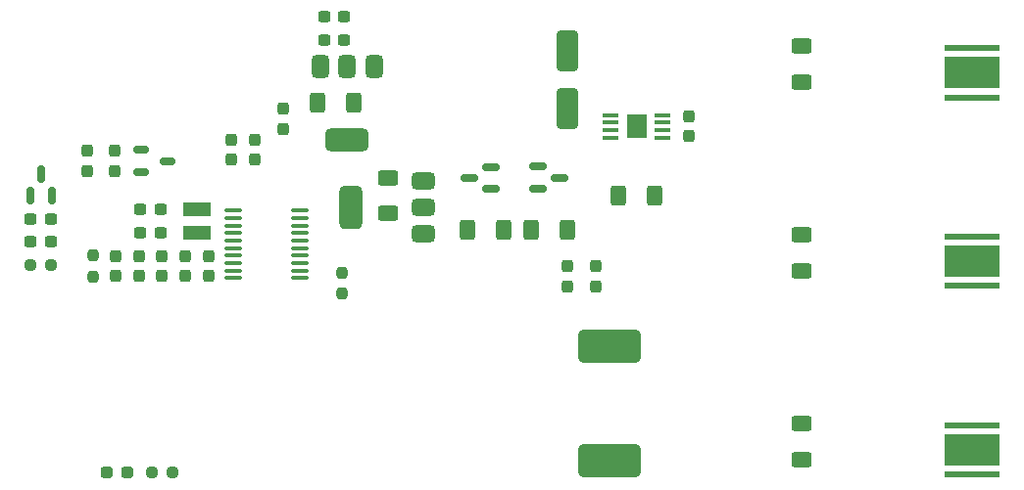
<source format=gbr>
%TF.GenerationSoftware,KiCad,Pcbnew,9.0.0*%
%TF.CreationDate,2025-08-28T15:42:06-07:00*%
%TF.ProjectId,Simple_12V_Panel,53696d70-6c65-45f3-9132-565f50616e65,rev?*%
%TF.SameCoordinates,Original*%
%TF.FileFunction,Paste,Top*%
%TF.FilePolarity,Positive*%
%FSLAX46Y46*%
G04 Gerber Fmt 4.6, Leading zero omitted, Abs format (unit mm)*
G04 Created by KiCad (PCBNEW 9.0.0) date 2025-08-28 15:42:06*
%MOMM*%
%LPD*%
G01*
G04 APERTURE LIST*
G04 Aperture macros list*
%AMRoundRect*
0 Rectangle with rounded corners*
0 $1 Rounding radius*
0 $2 $3 $4 $5 $6 $7 $8 $9 X,Y pos of 4 corners*
0 Add a 4 corners polygon primitive as box body*
4,1,4,$2,$3,$4,$5,$6,$7,$8,$9,$2,$3,0*
0 Add four circle primitives for the rounded corners*
1,1,$1+$1,$2,$3*
1,1,$1+$1,$4,$5*
1,1,$1+$1,$6,$7*
1,1,$1+$1,$8,$9*
0 Add four rect primitives between the rounded corners*
20,1,$1+$1,$2,$3,$4,$5,0*
20,1,$1+$1,$4,$5,$6,$7,0*
20,1,$1+$1,$6,$7,$8,$9,0*
20,1,$1+$1,$8,$9,$2,$3,0*%
G04 Aperture macros list end*
%ADD10RoundRect,0.435000X2.265000X1.015000X-2.265000X1.015000X-2.265000X-1.015000X2.265000X-1.015000X0*%
%ADD11R,4.775200X0.508000*%
%ADD12R,4.775200X2.768600*%
%ADD13R,1.358900X0.431800*%
%ADD14R,1.701800X2.006600*%
%ADD15RoundRect,0.150000X-0.512500X-0.150000X0.512500X-0.150000X0.512500X0.150000X-0.512500X0.150000X0*%
%ADD16RoundRect,0.250000X0.625000X-0.400000X0.625000X0.400000X-0.625000X0.400000X-0.625000X-0.400000X0*%
%ADD17RoundRect,0.375000X-0.375000X0.625000X-0.375000X-0.625000X0.375000X-0.625000X0.375000X0.625000X0*%
%ADD18RoundRect,0.500000X-1.400000X0.500000X-1.400000X-0.500000X1.400000X-0.500000X1.400000X0.500000X0*%
%ADD19RoundRect,0.375000X0.625000X0.375000X-0.625000X0.375000X-0.625000X-0.375000X0.625000X-0.375000X0*%
%ADD20RoundRect,0.500000X0.500000X1.400000X-0.500000X1.400000X-0.500000X-1.400000X0.500000X-1.400000X0*%
%ADD21RoundRect,0.237500X-0.237500X0.250000X-0.237500X-0.250000X0.237500X-0.250000X0.237500X0.250000X0*%
%ADD22RoundRect,0.250000X0.650000X-1.500000X0.650000X1.500000X-0.650000X1.500000X-0.650000X-1.500000X0*%
%ADD23RoundRect,0.250000X-0.400000X-0.625000X0.400000X-0.625000X0.400000X0.625000X-0.400000X0.625000X0*%
%ADD24RoundRect,0.237500X0.300000X0.237500X-0.300000X0.237500X-0.300000X-0.237500X0.300000X-0.237500X0*%
%ADD25RoundRect,0.237500X-0.237500X0.300000X-0.237500X-0.300000X0.237500X-0.300000X0.237500X0.300000X0*%
%ADD26R,2.387600X1.193800*%
%ADD27RoundRect,0.237500X0.250000X0.237500X-0.250000X0.237500X-0.250000X-0.237500X0.250000X-0.237500X0*%
%ADD28RoundRect,0.237500X0.237500X-0.300000X0.237500X0.300000X-0.237500X0.300000X-0.237500X-0.300000X0*%
%ADD29RoundRect,0.150000X0.587500X0.150000X-0.587500X0.150000X-0.587500X-0.150000X0.587500X-0.150000X0*%
%ADD30RoundRect,0.237500X-0.250000X-0.237500X0.250000X-0.237500X0.250000X0.237500X-0.250000X0.237500X0*%
%ADD31RoundRect,0.237500X-0.287500X-0.237500X0.287500X-0.237500X0.287500X0.237500X-0.287500X0.237500X0*%
%ADD32RoundRect,0.237500X-0.300000X-0.237500X0.300000X-0.237500X0.300000X0.237500X-0.300000X0.237500X0*%
%ADD33RoundRect,0.100000X-0.637500X-0.100000X0.637500X-0.100000X0.637500X0.100000X-0.637500X0.100000X0*%
%ADD34RoundRect,0.150000X0.150000X-0.587500X0.150000X0.587500X-0.150000X0.587500X-0.150000X-0.587500X0*%
%ADD35RoundRect,0.150000X-0.587500X-0.150000X0.587500X-0.150000X0.587500X0.150000X-0.587500X0.150000X0*%
G04 APERTURE END LIST*
D10*
%TO.C,L1*%
X164650000Y-119925000D03*
X164650000Y-110025000D03*
%TD*%
D11*
%TO.C,U9*%
X196000000Y-84220000D03*
D12*
X196000000Y-86360000D03*
D11*
X196000000Y-88500000D03*
%TD*%
%TO.C,U8*%
X196000000Y-100540000D03*
D12*
X196000000Y-102680000D03*
D11*
X196000000Y-104820000D03*
%TD*%
%TO.C,U7*%
X196000000Y-116860000D03*
D12*
X196000000Y-119000000D03*
D11*
X196000000Y-121140000D03*
%TD*%
D13*
%TO.C,U2*%
X169228850Y-91974979D03*
X169228850Y-91324993D03*
X169228850Y-90675007D03*
X169228850Y-90025021D03*
X164771150Y-90025021D03*
X164771150Y-90675007D03*
X164771150Y-91324993D03*
X164771150Y-91974979D03*
D14*
X167000000Y-91000000D03*
%TD*%
D15*
%TO.C,U1*%
X126500000Y-94000000D03*
X124225000Y-94950000D03*
X124225000Y-93050000D03*
%TD*%
D16*
%TO.C,R13*%
X181275000Y-87180000D03*
X181275000Y-84080000D03*
%TD*%
D17*
%TO.C,Q4*%
X144300000Y-85850000D03*
X142000000Y-85850000D03*
D18*
X142000000Y-92150000D03*
D17*
X139700000Y-85850000D03*
%TD*%
D19*
%TO.C,Q3*%
X148587500Y-100300000D03*
X148587500Y-98000000D03*
D20*
X142287500Y-98000000D03*
D19*
X148587500Y-95700000D03*
%TD*%
D21*
%TO.C,R1*%
X141500000Y-103675000D03*
X141500000Y-105500000D03*
%TD*%
D22*
%TO.C,D5*%
X161000000Y-89500000D03*
X161000000Y-84500000D03*
%TD*%
D23*
%TO.C,R19*%
X157887500Y-100000000D03*
X160987500Y-100000000D03*
%TD*%
%TO.C,R18*%
X152387500Y-100000000D03*
X155487500Y-100000000D03*
%TD*%
D16*
%TO.C,R17*%
X145500000Y-98550000D03*
X145500000Y-95450000D03*
%TD*%
D23*
%TO.C,R16*%
X139450000Y-89000000D03*
X142550000Y-89000000D03*
%TD*%
D16*
%TO.C,R15*%
X181275000Y-119820000D03*
X181275000Y-116720000D03*
%TD*%
%TO.C,R14*%
X181275000Y-103500000D03*
X181275000Y-100400000D03*
%TD*%
D23*
%TO.C,R4*%
X165450000Y-97000000D03*
X168550000Y-97000000D03*
%TD*%
D24*
%TO.C,C24*%
X116362500Y-101000000D03*
X114637500Y-101000000D03*
%TD*%
D25*
%TO.C,C20*%
X128000000Y-102225000D03*
X128000000Y-103950000D03*
%TD*%
D26*
%TO.C,Y1*%
X129000000Y-100228300D03*
X129000000Y-98221700D03*
%TD*%
D25*
%TO.C,C14*%
X161000000Y-103137500D03*
X161000000Y-104862500D03*
%TD*%
%TO.C,C18*%
X124000000Y-102225000D03*
X124000000Y-103950000D03*
%TD*%
%TO.C,C13*%
X163510000Y-103137500D03*
X163510000Y-104862500D03*
%TD*%
D27*
%TO.C,R8*%
X116412500Y-103000000D03*
X114587500Y-103000000D03*
%TD*%
D21*
%TO.C,R10*%
X120000000Y-102175000D03*
X120000000Y-104000000D03*
%TD*%
D25*
%TO.C,C29*%
X132000000Y-92137500D03*
X132000000Y-93862500D03*
%TD*%
%TO.C,C28*%
X134000000Y-92137500D03*
X134000000Y-93862500D03*
%TD*%
D28*
%TO.C,C27*%
X121902500Y-94862500D03*
X121902500Y-93137500D03*
%TD*%
D25*
%TO.C,C30*%
X136500000Y-89500000D03*
X136500000Y-91225000D03*
%TD*%
D29*
%TO.C,Q2*%
X154437500Y-96450000D03*
X154437500Y-94550000D03*
X152562500Y-95500000D03*
%TD*%
D30*
%TO.C,R9*%
X125087500Y-121000000D03*
X126912500Y-121000000D03*
%TD*%
D31*
%TO.C,D3*%
X121212500Y-121000000D03*
X122962500Y-121000000D03*
%TD*%
D25*
%TO.C,C17*%
X122000000Y-102225000D03*
X122000000Y-103950000D03*
%TD*%
D32*
%TO.C,C22*%
X124137500Y-98215000D03*
X125862500Y-98215000D03*
%TD*%
%TO.C,C31*%
X140000000Y-81500000D03*
X141725000Y-81500000D03*
%TD*%
%TO.C,C23*%
X124137500Y-100225000D03*
X125862500Y-100225000D03*
%TD*%
D25*
%TO.C,C21*%
X130000000Y-102225000D03*
X130000000Y-103950000D03*
%TD*%
D24*
%TO.C,C25*%
X116362500Y-99000000D03*
X114637500Y-99000000D03*
%TD*%
D25*
%TO.C,C19*%
X126000000Y-102225000D03*
X126000000Y-103950000D03*
%TD*%
D33*
%TO.C,U5*%
X132137500Y-98300000D03*
X132137500Y-98950000D03*
X132137500Y-99600000D03*
X132137500Y-100250000D03*
X132137500Y-100900000D03*
X132137500Y-101550000D03*
X132137500Y-102200000D03*
X132137500Y-102850000D03*
X132137500Y-103500000D03*
X132137500Y-104150000D03*
X137862500Y-104150000D03*
X137862500Y-103500000D03*
X137862500Y-102850000D03*
X137862500Y-102200000D03*
X137862500Y-101550000D03*
X137862500Y-100900000D03*
X137862500Y-100250000D03*
X137862500Y-99600000D03*
X137862500Y-98950000D03*
X137862500Y-98300000D03*
%TD*%
D32*
%TO.C,C32*%
X140000000Y-83500000D03*
X141725000Y-83500000D03*
%TD*%
D34*
%TO.C,U10*%
X114600000Y-97000000D03*
X116500000Y-97000000D03*
X115550000Y-95125000D03*
%TD*%
D35*
%TO.C,Q1*%
X158500000Y-94500000D03*
X158500000Y-96400000D03*
X160375000Y-95450000D03*
%TD*%
D25*
%TO.C,C11*%
X171500000Y-90137500D03*
X171500000Y-91862500D03*
%TD*%
D28*
%TO.C,C26*%
X119500000Y-94862500D03*
X119500000Y-93137500D03*
%TD*%
M02*

</source>
